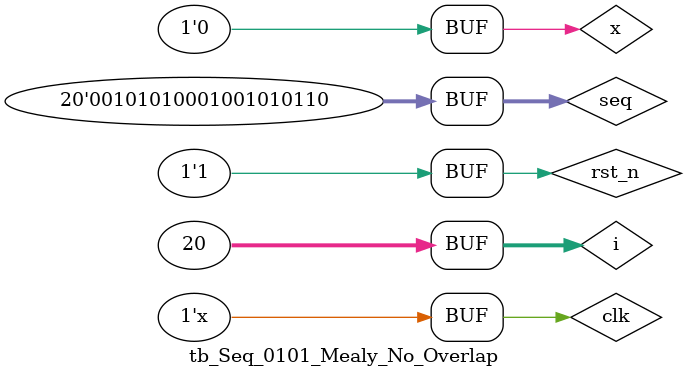
<source format=sv>
module sim;

    initial begin
        $dumpfile("dump.vcd");
        $dumpvars;
        #200
        $finish;
    end

endmodule

module tb_Seq_0101_Mealy_No_Overlap;

    reg x, rst_n, clk;
    reg [0:19] seq = 'b00101010001001010110;
    wire y;
    integer i;

    Seq_0101_Mealy_No_Overlap ins(.x(x), .rst_n(rst_n), .clk(clk), .y(y));

    always #4 clk = ~clk;

    initial begin
        clk = 1'b0;
        x = 1'b0;
        rst_n = 1'b1;
        #6
        rst_n = 1'b0;
        #2
        rst_n = 1'b1;

        for (i = 0; i < 20; i++)
            #8
            x = seq[i];
    end

endmodule

</source>
